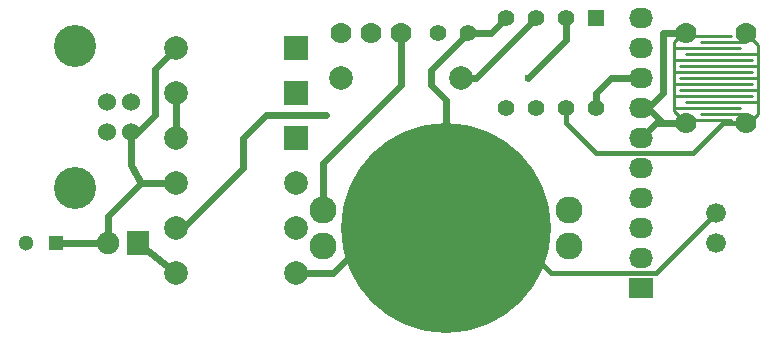
<source format=gtl>
G04 #@! TF.FileFunction,Copper,L1,Top,Signal*
%FSLAX46Y46*%
G04 Gerber Fmt 4.6, Leading zero omitted, Abs format (unit mm)*
G04 Created by KiCad (PCBNEW (2015-08-15 BZR 6092)-product) date 9/14/2015 8:23:45 PM*
%MOMM*%
G01*
G04 APERTURE LIST*
%ADD10C,0.100000*%
%ADD11C,0.254000*%
%ADD12C,1.676400*%
%ADD13C,1.998980*%
%ADD14R,1.998980X1.998980*%
%ADD15C,2.286000*%
%ADD16C,17.780000*%
%ADD17C,1.300000*%
%ADD18R,1.300000X1.300000*%
%ADD19R,1.397000X1.397000*%
%ADD20C,1.397000*%
%ADD21C,1.524000*%
%ADD22C,3.556000*%
%ADD23R,2.032000X1.727200*%
%ADD24O,2.032000X1.727200*%
%ADD25C,1.778000*%
%ADD26R,1.900000X2.000000*%
%ADD27C,1.900000*%
%ADD28C,0.600000*%
%ADD29C,0.609600*%
%ADD30C,0.406400*%
G04 APERTURE END LIST*
D10*
D11*
X160528000Y-83566000D02*
X163830000Y-83566000D01*
X160528000Y-76454000D02*
X163830000Y-76454000D01*
X160528000Y-83566000D02*
X163068000Y-83566000D01*
X164846000Y-83058000D02*
X161290000Y-83058000D01*
X165100000Y-76962000D02*
X161290000Y-76962000D01*
X159004000Y-77470000D02*
X164592000Y-77470000D01*
X159004000Y-82550000D02*
X164592000Y-82550000D01*
X166116000Y-77978000D02*
X160020000Y-77978000D01*
X166116000Y-82042000D02*
X160020000Y-82042000D01*
X159004000Y-78486000D02*
X165608000Y-78486000D01*
X159004000Y-81534000D02*
X165608000Y-81534000D01*
X166116000Y-81026000D02*
X159512000Y-81026000D01*
X166116000Y-78994000D02*
X159512000Y-78994000D01*
X159004000Y-79502000D02*
X165608000Y-79502000D01*
X159004000Y-80518000D02*
X165608000Y-80518000D01*
X166116000Y-80010000D02*
X159512000Y-80010000D01*
X165608000Y-76708000D02*
X166116000Y-77216000D01*
X166116000Y-77216000D02*
X166116000Y-83058000D01*
X166116000Y-83058000D02*
X165608000Y-83566000D01*
X159512000Y-76454000D02*
X159004000Y-76962000D01*
X159004000Y-76962000D02*
X159004000Y-82804000D01*
X159004000Y-82804000D02*
X159512000Y-83312000D01*
D12*
X162560000Y-91440000D03*
X162560000Y-93980000D03*
D13*
X116840000Y-96520000D03*
X127000000Y-96520000D03*
X116840000Y-92710000D03*
X127000000Y-92710000D03*
X116840000Y-88900000D03*
X127000000Y-88900000D03*
X140970000Y-80010000D03*
X130810000Y-80010000D03*
X116840000Y-77472540D03*
D14*
X127000000Y-77472540D03*
D13*
X116839480Y-85092540D03*
D14*
X126999480Y-85092540D03*
D13*
X116839480Y-81282540D03*
D14*
X126999480Y-81282540D03*
D15*
X129286000Y-94234000D03*
X150114000Y-94234000D03*
X129286000Y-91186000D03*
X150114000Y-91186000D03*
D16*
X139700000Y-92710000D03*
D17*
X104180000Y-93980000D03*
D18*
X106680000Y-93980000D03*
D19*
X152400000Y-74930000D03*
D20*
X149860000Y-74930000D03*
X147320000Y-74930000D03*
X144780000Y-74930000D03*
X144780000Y-82550000D03*
X147320000Y-82550000D03*
X149860000Y-82550000D03*
X152400000Y-82550000D03*
D21*
X113030000Y-84582000D03*
X113030000Y-82042000D03*
X111031020Y-82042000D03*
X111031020Y-84582000D03*
D22*
X108331000Y-89311480D03*
X108331000Y-77312520D03*
D23*
X156210000Y-97790000D03*
D24*
X156210000Y-95250000D03*
X156210000Y-92710000D03*
X156210000Y-90170000D03*
X156210000Y-87630000D03*
X156210000Y-85090000D03*
X156210000Y-82550000D03*
X156210000Y-80010000D03*
X156210000Y-77470000D03*
X156210000Y-74930000D03*
D25*
X133350000Y-76200000D03*
X135890000Y-76200000D03*
X130810000Y-76200000D03*
X165100000Y-83820000D03*
X160020000Y-83820000D03*
X165100000Y-76200000D03*
X160020000Y-76200000D03*
D20*
X141605000Y-76200000D03*
X139065000Y-76200000D03*
D26*
X113665000Y-93980000D03*
D27*
X111125000Y-93980000D03*
D28*
X146685000Y-80010000D03*
X129540000Y-83185000D03*
D29*
X135890000Y-76200000D02*
X135890000Y-80645000D01*
X129286000Y-87249000D02*
X129286000Y-91186000D01*
X135890000Y-80645000D02*
X129286000Y-87249000D01*
X116840520Y-81277460D02*
X116840520Y-85087460D01*
X160020000Y-83820000D02*
X157480000Y-83820000D01*
X157480000Y-83820000D02*
X156210000Y-85090000D01*
X127000000Y-96520000D02*
X130175000Y-96520000D01*
X130175000Y-96520000D02*
X133985000Y-92710000D01*
X133985000Y-92710000D02*
X139700000Y-92710000D01*
D30*
X139700000Y-92710000D02*
X144780000Y-92710000D01*
X144780000Y-92710000D02*
X148590000Y-96520000D01*
X157480000Y-96520000D02*
X162560000Y-91440000D01*
X148590000Y-96520000D02*
X157480000Y-96520000D01*
D29*
X139700000Y-92710000D02*
X139700000Y-81915000D01*
X138430000Y-79375000D02*
X141605000Y-76200000D01*
X138430000Y-80645000D02*
X138430000Y-79375000D01*
X139700000Y-81915000D02*
X138430000Y-80645000D01*
X156210000Y-82550000D02*
X156845000Y-82550000D01*
X156845000Y-82550000D02*
X158115000Y-81280000D01*
X158115000Y-76200000D02*
X160020000Y-76200000D01*
X158115000Y-81280000D02*
X158115000Y-76200000D01*
X141605000Y-76200000D02*
X143510000Y-76200000D01*
X143510000Y-76200000D02*
X144780000Y-74930000D01*
X144145000Y-88265000D02*
X139700000Y-92710000D01*
X156845000Y-82550000D02*
X158115000Y-83820000D01*
X158115000Y-83820000D02*
X160020000Y-83820000D01*
X135255000Y-92710000D02*
X139700000Y-92710000D01*
X152400000Y-82550000D02*
X152400000Y-81280000D01*
X153670000Y-80010000D02*
X156210000Y-80010000D01*
X152400000Y-81280000D02*
X153670000Y-80010000D01*
X115062000Y-79245460D02*
X116840000Y-77467460D01*
X116840000Y-77467460D02*
X116840000Y-77470000D01*
X115062000Y-83185000D02*
X115062000Y-79245460D01*
X113030000Y-84582000D02*
X113665000Y-84582000D01*
X113665000Y-84582000D02*
X115062000Y-83185000D01*
X113030000Y-84582000D02*
X113030000Y-87376000D01*
X113030000Y-87376000D02*
X113919000Y-88900000D01*
X116840000Y-88900000D02*
X113919000Y-88900000D01*
X113919000Y-88900000D02*
X111123660Y-91695340D01*
X111123660Y-93980000D02*
X106680000Y-93980000D01*
X111123660Y-91695340D02*
X111123660Y-93980000D01*
X110744000Y-93600340D02*
X111123660Y-93980000D01*
X122555000Y-85090000D02*
X124460000Y-83185000D01*
X122555000Y-87630000D02*
X122555000Y-85090000D01*
X117475000Y-92710000D02*
X122555000Y-87630000D01*
X149860000Y-76835000D02*
X146685000Y-80010000D01*
X149860000Y-76835000D02*
X149860000Y-74930000D01*
X129540000Y-83185000D02*
X124460000Y-83185000D01*
X116840000Y-92710000D02*
X117475000Y-92710000D01*
X147320000Y-74930000D02*
X142240000Y-80010000D01*
X142240000Y-80010000D02*
X140970000Y-80010000D01*
D30*
X149860000Y-82550000D02*
X149860000Y-83820000D01*
X163195000Y-83820000D02*
X165100000Y-83820000D01*
X160655000Y-86360000D02*
X163195000Y-83820000D01*
X152400000Y-86360000D02*
X160655000Y-86360000D01*
X149860000Y-83820000D02*
X152400000Y-86360000D01*
D29*
X113663660Y-93980000D02*
X113665000Y-93980000D01*
X113665000Y-93980000D02*
X116840000Y-96520000D01*
M02*

</source>
